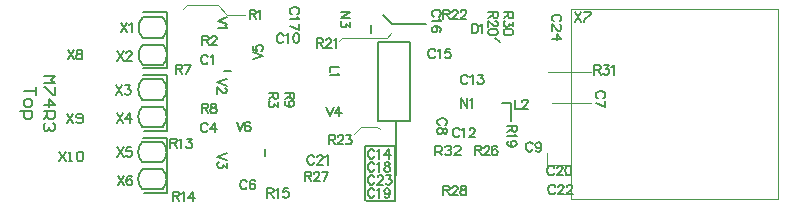
<source format=gto>
G04*
G04 #@! TF.GenerationSoftware,Altium Limited,Altium Designer,20.2.8 (258)*
G04*
G04 Layer_Color=65535*
%FSLAX44Y44*%
%MOMM*%
G71*
G04*
G04 #@! TF.SameCoordinates,D032E148-705B-442B-B370-39794CB6FC5C*
G04*
G04*
G04 #@! TF.FilePolarity,Positive*
G04*
G01*
G75*
%ADD10C,0.1500*%
%ADD11C,0.1000*%
D10*
X132191Y-72981D02*
G03*
X132191Y-55919I-8531J8531D01*
G01*
X115129D02*
G03*
X115129Y-72981I8531J-8531D01*
G01*
X132191Y-49981D02*
G03*
X132191Y-32919I-8531J8531D01*
G01*
X115129D02*
G03*
X115129Y-49981I8531J-8531D01*
G01*
X132261Y-19981D02*
G03*
X132261Y-2919I-8531J8531D01*
G01*
X115199D02*
G03*
X115199Y-19981I8531J-8531D01*
G01*
X132261Y3019D02*
G03*
X132261Y20081I-8531J8531D01*
G01*
X115199D02*
G03*
X115199Y3019I8531J-8531D01*
G01*
X132531Y32469D02*
G03*
X132531Y49531I-8531J8531D01*
G01*
X115469D02*
G03*
X115469Y32469I8531J-8531D01*
G01*
X132531Y55469D02*
G03*
X132531Y72531I-8531J8531D01*
G01*
X115469D02*
G03*
X115469Y55469I8531J-8531D01*
G01*
X115129Y-55919D02*
X132191D01*
X115129Y-72980D02*
X132191Y-72981D01*
X115129Y-32919D02*
X132191D01*
X115129Y-49980D02*
X132191Y-49981D01*
X115199Y-2919D02*
X132261D01*
X115199Y-19980D02*
X132261Y-19981D01*
X115199Y20081D02*
X132261D01*
X115199Y3020D02*
X132261Y3019D01*
X115469Y49531D02*
X132531D01*
X115469Y32470D02*
X132531Y32469D01*
X115469Y72531D02*
X132531D01*
X115469Y55470D02*
X132531Y55469D01*
X342000Y-15000D02*
Y-2000D01*
X328000Y-15000D02*
X342000D01*
X319000Y75000D02*
X326597Y67403D01*
X420000Y0D02*
X427000D01*
Y-15000D02*
Y0D01*
X115660Y-29450D02*
X136000D01*
Y-76450D02*
Y-29450D01*
X116660Y-76450D02*
X136000D01*
X115730Y23550D02*
X136000D01*
Y-23450D02*
Y23550D01*
X116730Y-23450D02*
X136000D01*
X116000Y30000D02*
X136000D01*
Y77000D01*
X116000D02*
X136000D01*
X329000Y-61000D02*
X330000D01*
Y-16000D01*
X303762Y-81762D02*
Y-36000D01*
Y-81762D02*
X305000Y-83000D01*
X310000D01*
X329000D01*
Y-36000D01*
X303762D02*
X329000D01*
X315000Y-15000D02*
Y52000D01*
Y-15000D02*
X328000D01*
X342000Y-2000D02*
Y52000D01*
X315000D02*
X342000D01*
X326597Y67403D02*
X355403D01*
X309000Y59000D02*
Y66000D01*
X414000Y55000D02*
X418000Y52000D01*
X219000Y-45000D02*
Y-39000D01*
X184000Y27000D02*
X190000D01*
X468666Y69332D02*
X469999Y70665D01*
Y73330D01*
X468666Y74663D01*
X463334D01*
X462001Y73330D01*
Y70665D01*
X463334Y69332D01*
X462001Y61334D02*
Y66666D01*
X467333Y61334D01*
X468666D01*
X469999Y62667D01*
Y65333D01*
X468666Y66666D01*
X462001Y54670D02*
X469999D01*
X466000Y58668D01*
Y53337D01*
X24829Y13329D02*
Y6665D01*
Y9997D01*
X14832D01*
Y1666D02*
Y-1666D01*
X16498Y-3332D01*
X19831D01*
X21497Y-1666D01*
Y1666D01*
X19831Y3332D01*
X16498D01*
X14832Y1666D01*
X11500Y-6665D02*
X21497D01*
Y-11663D01*
X19831Y-13329D01*
X16498D01*
X14832Y-11663D01*
Y-6665D01*
X31500Y23326D02*
X41497D01*
X38165Y19994D01*
X41497Y16661D01*
X31500D01*
X41497Y13329D02*
Y6665D01*
X39831D01*
X33166Y13329D01*
X31500D01*
Y-1666D02*
X41497D01*
X36498Y3332D01*
Y-3332D01*
X31500Y-6665D02*
X41497D01*
Y-11663D01*
X39831Y-13329D01*
X36498D01*
X34832Y-11663D01*
Y-6665D01*
Y-9997D02*
X31500Y-13329D01*
X39831Y-16661D02*
X41497Y-18327D01*
Y-21660D01*
X39831Y-23326D01*
X38165D01*
X36498Y-21660D01*
Y-19994D01*
Y-21660D01*
X34832Y-23326D01*
X33166D01*
X31500Y-21660D01*
Y-18327D01*
X33166Y-16661D01*
X45003Y-41001D02*
X50335Y-48999D01*
Y-41001D02*
X45003Y-48999D01*
X53001D02*
X55666D01*
X54334D01*
Y-41001D01*
X53001Y-42334D01*
X59665D02*
X60998Y-41001D01*
X63664D01*
X64997Y-42334D01*
Y-47666D01*
X63664Y-48999D01*
X60998D01*
X59665Y-47666D01*
Y-42334D01*
X51336Y-9001D02*
X56667Y-16999D01*
Y-9001D02*
X51336Y-16999D01*
X59333Y-15666D02*
X60666Y-16999D01*
X63332D01*
X64665Y-15666D01*
Y-10334D01*
X63332Y-9001D01*
X60666D01*
X59333Y-10334D01*
Y-11667D01*
X60666Y-13000D01*
X64665D01*
X363337Y-43999D02*
Y-36001D01*
X367336D01*
X368668Y-37334D01*
Y-40000D01*
X367336Y-41333D01*
X363337D01*
X366003D02*
X368668Y-43999D01*
X371334Y-37334D02*
X372667Y-36001D01*
X375333D01*
X376666Y-37334D01*
Y-38667D01*
X375333Y-40000D01*
X374000D01*
X375333D01*
X376666Y-41333D01*
Y-42666D01*
X375333Y-43999D01*
X372667D01*
X371334Y-42666D01*
X384663Y-43999D02*
X379332D01*
X384663Y-38667D01*
Y-37334D01*
X383330Y-36001D01*
X380664D01*
X379332Y-37334D01*
X464713Y-70906D02*
X464332Y-70144D01*
X463570Y-69383D01*
X462809Y-69002D01*
X461285D01*
X460523Y-69383D01*
X459762Y-70144D01*
X459381Y-70906D01*
X459000Y-72049D01*
Y-73953D01*
X459381Y-75096D01*
X459762Y-75857D01*
X460523Y-76619D01*
X461285Y-77000D01*
X462809D01*
X463570Y-76619D01*
X464332Y-75857D01*
X464713Y-75096D01*
X467341Y-70906D02*
Y-70525D01*
X467722Y-69763D01*
X468103Y-69383D01*
X468865Y-69002D01*
X470388D01*
X471150Y-69383D01*
X471531Y-69763D01*
X471912Y-70525D01*
Y-71287D01*
X471531Y-72049D01*
X470769Y-73191D01*
X466960Y-77000D01*
X472292D01*
X474463Y-70906D02*
Y-70525D01*
X474844Y-69763D01*
X475225Y-69383D01*
X475987Y-69002D01*
X477510D01*
X478272Y-69383D01*
X478653Y-69763D01*
X479034Y-70525D01*
Y-71287D01*
X478653Y-72049D01*
X477891Y-73191D01*
X474082Y-77000D01*
X479415D01*
X481335Y76999D02*
X486667Y69001D01*
Y76999D02*
X481335Y69001D01*
X489333Y76999D02*
X494664D01*
Y75666D01*
X489333Y70334D01*
Y69001D01*
X52000Y44998D02*
X57332Y37000D01*
Y44998D02*
X52000Y37000D01*
X61027Y44998D02*
X59884Y44617D01*
X59503Y43856D01*
Y43094D01*
X59884Y42332D01*
X60646Y41951D01*
X62169Y41571D01*
X63312Y41190D01*
X64074Y40428D01*
X64454Y39666D01*
Y38523D01*
X64074Y37762D01*
X63693Y37381D01*
X62550Y37000D01*
X61027D01*
X59884Y37381D01*
X59503Y37762D01*
X59122Y38523D01*
Y39666D01*
X59503Y40428D01*
X60265Y41190D01*
X61407Y41571D01*
X62931Y41951D01*
X63693Y42332D01*
X64074Y43094D01*
Y43856D01*
X63693Y44617D01*
X62550Y44998D01*
X61027D01*
X94612Y-61452D02*
X99944Y-69450D01*
Y-61452D02*
X94612Y-69450D01*
X106305Y-62594D02*
X105924Y-61833D01*
X104782Y-61452D01*
X104020D01*
X102877Y-61833D01*
X102115Y-62975D01*
X101735Y-64880D01*
Y-66784D01*
X102115Y-68307D01*
X102877Y-69069D01*
X104020Y-69450D01*
X104401D01*
X105543Y-69069D01*
X106305Y-68307D01*
X106686Y-67165D01*
Y-66784D01*
X106305Y-65641D01*
X105543Y-64880D01*
X104401Y-64499D01*
X104020D01*
X102877Y-64880D01*
X102115Y-65641D01*
X101735Y-66784D01*
X94136Y-37452D02*
X99468Y-45450D01*
Y-37452D02*
X94136Y-45450D01*
X105829Y-37452D02*
X102020D01*
X101639Y-40880D01*
X102020Y-40499D01*
X103163Y-40118D01*
X104305D01*
X105448Y-40499D01*
X106210Y-41260D01*
X106591Y-42403D01*
Y-43165D01*
X106210Y-44307D01*
X105448Y-45069D01*
X104305Y-45450D01*
X103163D01*
X102020Y-45069D01*
X101639Y-44688D01*
X101258Y-43927D01*
X93660Y-8452D02*
X98992Y-16450D01*
Y-8452D02*
X93660Y-16450D01*
X104591Y-8452D02*
X100782Y-13784D01*
X106495D01*
X104591Y-8452D02*
Y-16450D01*
X93000Y14998D02*
X98332Y7000D01*
Y14998D02*
X93000Y7000D01*
X100884Y14998D02*
X105074D01*
X102788Y11951D01*
X103931D01*
X104693Y11571D01*
X105074Y11190D01*
X105455Y10047D01*
Y9285D01*
X105074Y8143D01*
X104312Y7381D01*
X103169Y7000D01*
X102027D01*
X100884Y7381D01*
X100503Y7762D01*
X100122Y8523D01*
X94136Y43998D02*
X99468Y36000D01*
Y43998D02*
X94136Y36000D01*
X101639Y42094D02*
Y42475D01*
X102020Y43237D01*
X102401Y43617D01*
X103163Y43998D01*
X104686D01*
X105448Y43617D01*
X105829Y43237D01*
X106210Y42475D01*
Y41713D01*
X105829Y40951D01*
X105067Y39809D01*
X101258Y36000D01*
X106591D01*
X97000Y67998D02*
X102332Y60000D01*
Y67998D02*
X97000Y60000D01*
X104122Y66475D02*
X104884Y66856D01*
X106027Y67998D01*
Y60000D01*
X195000Y-16002D02*
X198047Y-24000D01*
X201094Y-16002D02*
X198047Y-24000D01*
X206693Y-17144D02*
X206312Y-16383D01*
X205169Y-16002D01*
X204408D01*
X203265Y-16383D01*
X202503Y-17525D01*
X202122Y-19430D01*
Y-21334D01*
X202503Y-22857D01*
X203265Y-23619D01*
X204408Y-24000D01*
X204788D01*
X205931Y-23619D01*
X206693Y-22857D01*
X207074Y-21715D01*
Y-21334D01*
X206693Y-20191D01*
X205931Y-19430D01*
X204788Y-19049D01*
X204408D01*
X203265Y-19430D01*
X202503Y-20191D01*
X202122Y-21334D01*
X209002Y37000D02*
X217000Y40047D01*
X209002Y43094D02*
X217000Y40047D01*
X209002Y48693D02*
Y44884D01*
X212430Y44503D01*
X212049Y44884D01*
X211668Y46027D01*
Y47169D01*
X212049Y48312D01*
X212810Y49074D01*
X213953Y49454D01*
X214715D01*
X215857Y49074D01*
X216619Y48312D01*
X217000Y47169D01*
Y46027D01*
X216619Y44884D01*
X216238Y44503D01*
X215476Y44122D01*
X271000Y-3002D02*
X274047Y-11000D01*
X277094Y-3002D02*
X274047Y-11000D01*
X281931Y-3002D02*
X278122Y-8334D01*
X283835D01*
X281931Y-3002D02*
Y-11000D01*
X186658Y-42450D02*
X178660Y-45497D01*
X186658Y-48544D02*
X178660Y-45497D01*
X186658Y-50334D02*
Y-54524D01*
X183611Y-52238D01*
Y-53381D01*
X183230Y-54143D01*
X182850Y-54524D01*
X181707Y-54904D01*
X180945D01*
X179803Y-54524D01*
X179041Y-53762D01*
X178660Y-52619D01*
Y-51477D01*
X179041Y-50334D01*
X179422Y-49953D01*
X180184Y-49572D01*
X186728Y20550D02*
X178730Y17503D01*
X186728Y14456D02*
X178730Y17503D01*
X184824Y13047D02*
X185205D01*
X185967Y12666D01*
X186348Y12285D01*
X186728Y11523D01*
Y10000D01*
X186348Y9238D01*
X185967Y8857D01*
X185205Y8476D01*
X184443D01*
X183681Y8857D01*
X182539Y9619D01*
X178730Y13428D01*
Y8096D01*
X186998Y73000D02*
X179000Y69953D01*
X186998Y66906D02*
X179000Y69953D01*
X185475Y65878D02*
X185856Y65116D01*
X186998Y63973D01*
X179000D01*
X243998Y9000D02*
X236000D01*
X243998D02*
Y5572D01*
X243617Y4430D01*
X243237Y4049D01*
X242475Y3668D01*
X241713D01*
X240951Y4049D01*
X240571Y4430D01*
X240190Y5572D01*
Y9000D01*
Y6334D02*
X236000Y3668D01*
X241332Y-3074D02*
X240190Y-2693D01*
X239428Y-1931D01*
X239047Y-788D01*
Y-408D01*
X239428Y735D01*
X240190Y1497D01*
X241332Y1878D01*
X241713D01*
X242856Y1497D01*
X243617Y735D01*
X243998Y-408D01*
Y-788D01*
X243617Y-1931D01*
X242856Y-2693D01*
X241332Y-3074D01*
X239428D01*
X237523Y-2693D01*
X236381Y-1931D01*
X236000Y-788D01*
Y-27D01*
X236381Y1116D01*
X237143Y1497D01*
X165730Y-452D02*
Y-8450D01*
Y-452D02*
X169158D01*
X170301Y-833D01*
X170681Y-1213D01*
X171062Y-1975D01*
Y-2737D01*
X170681Y-3499D01*
X170301Y-3880D01*
X169158Y-4260D01*
X165730D01*
X168396D02*
X171062Y-8450D01*
X174757Y-452D02*
X173614Y-833D01*
X173233Y-1594D01*
Y-2356D01*
X173614Y-3118D01*
X174376Y-3499D01*
X175899Y-3880D01*
X177042Y-4260D01*
X177804Y-5022D01*
X178185Y-5784D01*
Y-6927D01*
X177804Y-7688D01*
X177423Y-8069D01*
X176280Y-8450D01*
X174757D01*
X173614Y-8069D01*
X173233Y-7688D01*
X172852Y-6927D01*
Y-5784D01*
X173233Y-5022D01*
X173995Y-4260D01*
X175138Y-3880D01*
X176661Y-3499D01*
X177423Y-3118D01*
X177804Y-2356D01*
Y-1594D01*
X177423Y-833D01*
X176280Y-452D01*
X174757D01*
X143730Y32548D02*
Y24550D01*
Y32548D02*
X147158D01*
X148301Y32167D01*
X148681Y31787D01*
X149062Y31025D01*
Y30263D01*
X148681Y29501D01*
X148301Y29121D01*
X147158Y28740D01*
X143730D01*
X146396D02*
X149062Y24550D01*
X156185Y32548D02*
X152376Y24550D01*
X150852Y32548D02*
X156185D01*
X498000Y31998D02*
Y24000D01*
Y31998D02*
X501428D01*
X502570Y31617D01*
X502951Y31237D01*
X503332Y30475D01*
Y29713D01*
X502951Y28951D01*
X502570Y28570D01*
X501428Y28190D01*
X498000D01*
X500666D02*
X503332Y24000D01*
X505884Y31998D02*
X510074D01*
X507788Y28951D01*
X508931D01*
X509693Y28570D01*
X510074Y28190D01*
X510454Y27047D01*
Y26285D01*
X510074Y25143D01*
X509312Y24381D01*
X508169Y24000D01*
X507027D01*
X505884Y24381D01*
X505503Y24762D01*
X505122Y25524D01*
X512245Y30475D02*
X513006Y30856D01*
X514149Y31998D01*
Y24000D01*
X428998Y77000D02*
X421000D01*
X428998D02*
Y73572D01*
X428617Y72429D01*
X428237Y72049D01*
X427475Y71668D01*
X426713D01*
X425951Y72049D01*
X425570Y72429D01*
X425190Y73572D01*
Y77000D01*
Y74334D02*
X421000Y71668D01*
X428998Y69116D02*
Y64926D01*
X425951Y67212D01*
Y66069D01*
X425570Y65307D01*
X425190Y64926D01*
X424047Y64545D01*
X423285D01*
X422143Y64926D01*
X421381Y65688D01*
X421000Y66831D01*
Y67973D01*
X421381Y69116D01*
X421762Y69497D01*
X422523Y69878D01*
X428998Y60470D02*
X428617Y61613D01*
X427475Y62375D01*
X425570Y62755D01*
X424428D01*
X422523Y62375D01*
X421381Y61613D01*
X421000Y60470D01*
Y59708D01*
X421381Y58566D01*
X422523Y57804D01*
X424428Y57423D01*
X425570D01*
X427475Y57804D01*
X428617Y58566D01*
X428998Y59708D01*
Y60470D01*
X229998Y9000D02*
X222000D01*
X229998D02*
Y5572D01*
X229617Y4430D01*
X229237Y4049D01*
X228475Y3668D01*
X227713D01*
X226951Y4049D01*
X226570Y4430D01*
X226190Y5572D01*
Y9000D01*
Y6334D02*
X222000Y3668D01*
X229998Y1116D02*
Y-3074D01*
X226951Y-788D01*
Y-1931D01*
X226570Y-2693D01*
X226190Y-3074D01*
X225047Y-3455D01*
X224285D01*
X223143Y-3074D01*
X222381Y-2312D01*
X222000Y-1169D01*
Y-27D01*
X222381Y1116D01*
X222762Y1497D01*
X223524Y1878D01*
X370000Y-70002D02*
Y-78000D01*
Y-70002D02*
X373428D01*
X374570Y-70383D01*
X374951Y-70763D01*
X375332Y-71525D01*
Y-72287D01*
X374951Y-73049D01*
X374570Y-73429D01*
X373428Y-73810D01*
X370000D01*
X372666D02*
X375332Y-78000D01*
X377503Y-71906D02*
Y-71525D01*
X377884Y-70763D01*
X378265Y-70383D01*
X379027Y-70002D01*
X380550D01*
X381312Y-70383D01*
X381693Y-70763D01*
X382074Y-71525D01*
Y-72287D01*
X381693Y-73049D01*
X380931Y-74191D01*
X377122Y-78000D01*
X382454D01*
X386149Y-70002D02*
X385006Y-70383D01*
X384625Y-71144D01*
Y-71906D01*
X385006Y-72668D01*
X385768Y-73049D01*
X387291Y-73429D01*
X388434Y-73810D01*
X389196Y-74572D01*
X389577Y-75334D01*
Y-76476D01*
X389196Y-77238D01*
X388815Y-77619D01*
X387672Y-78000D01*
X386149D01*
X385006Y-77619D01*
X384625Y-77238D01*
X384245Y-76476D01*
Y-75334D01*
X384625Y-74572D01*
X385387Y-73810D01*
X386530Y-73429D01*
X388053Y-73049D01*
X388815Y-72668D01*
X389196Y-71906D01*
Y-71144D01*
X388815Y-70383D01*
X387672Y-70002D01*
X386149D01*
X253000Y-58002D02*
Y-66000D01*
Y-58002D02*
X256428D01*
X257570Y-58383D01*
X257951Y-58763D01*
X258332Y-59525D01*
Y-60287D01*
X257951Y-61049D01*
X257570Y-61430D01*
X256428Y-61810D01*
X253000D01*
X255666D02*
X258332Y-66000D01*
X260503Y-59906D02*
Y-59525D01*
X260884Y-58763D01*
X261265Y-58383D01*
X262027Y-58002D01*
X263550D01*
X264312Y-58383D01*
X264693Y-58763D01*
X265074Y-59525D01*
Y-60287D01*
X264693Y-61049D01*
X263931Y-62191D01*
X260122Y-66000D01*
X265455D01*
X272577Y-58002D02*
X268768Y-66000D01*
X267245Y-58002D02*
X272577D01*
X397000Y-36002D02*
Y-44000D01*
Y-36002D02*
X400428D01*
X401570Y-36383D01*
X401951Y-36763D01*
X402332Y-37525D01*
Y-38287D01*
X401951Y-39049D01*
X401570Y-39430D01*
X400428Y-39810D01*
X397000D01*
X399666D02*
X402332Y-44000D01*
X404503Y-37906D02*
Y-37525D01*
X404884Y-36763D01*
X405265Y-36383D01*
X406027Y-36002D01*
X407550D01*
X408312Y-36383D01*
X408693Y-36763D01*
X409074Y-37525D01*
Y-38287D01*
X408693Y-39049D01*
X407931Y-40191D01*
X404122Y-44000D01*
X409454D01*
X415815Y-37144D02*
X415434Y-36383D01*
X414291Y-36002D01*
X413530D01*
X412387Y-36383D01*
X411625Y-37525D01*
X411245Y-39430D01*
Y-41334D01*
X411625Y-42857D01*
X412387Y-43619D01*
X413530Y-44000D01*
X413911D01*
X415053Y-43619D01*
X415815Y-42857D01*
X416196Y-41715D01*
Y-41334D01*
X415815Y-40191D01*
X415053Y-39430D01*
X413911Y-39049D01*
X413530D01*
X412387Y-39430D01*
X411625Y-40191D01*
X411245Y-41334D01*
X273000Y-27002D02*
Y-35000D01*
Y-27002D02*
X276428D01*
X277570Y-27383D01*
X277951Y-27763D01*
X278332Y-28525D01*
Y-29287D01*
X277951Y-30049D01*
X277570Y-30430D01*
X276428Y-30810D01*
X273000D01*
X275666D02*
X278332Y-35000D01*
X280503Y-28906D02*
Y-28525D01*
X280884Y-27763D01*
X281265Y-27383D01*
X282027Y-27002D01*
X283550D01*
X284312Y-27383D01*
X284693Y-27763D01*
X285074Y-28525D01*
Y-29287D01*
X284693Y-30049D01*
X283931Y-31191D01*
X280122Y-35000D01*
X285455D01*
X288006Y-27002D02*
X292196D01*
X289911Y-30049D01*
X291053D01*
X291815Y-30430D01*
X292196Y-30810D01*
X292577Y-31953D01*
Y-32715D01*
X292196Y-33857D01*
X291434Y-34619D01*
X290292Y-35000D01*
X289149D01*
X288006Y-34619D01*
X287625Y-34238D01*
X287245Y-33477D01*
X370000Y78998D02*
Y71000D01*
Y78998D02*
X373428D01*
X374570Y78617D01*
X374951Y78237D01*
X375332Y77475D01*
Y76713D01*
X374951Y75951D01*
X374570Y75571D01*
X373428Y75190D01*
X370000D01*
X372666D02*
X375332Y71000D01*
X377503Y77094D02*
Y77475D01*
X377884Y78237D01*
X378265Y78617D01*
X379027Y78998D01*
X380550D01*
X381312Y78617D01*
X381693Y78237D01*
X382074Y77475D01*
Y76713D01*
X381693Y75951D01*
X380931Y74809D01*
X377122Y71000D01*
X382454D01*
X384625Y77094D02*
Y77475D01*
X385006Y78237D01*
X385387Y78617D01*
X386149Y78998D01*
X387672D01*
X388434Y78617D01*
X388815Y78237D01*
X389196Y77475D01*
Y76713D01*
X388815Y75951D01*
X388053Y74809D01*
X384245Y71000D01*
X389577D01*
X263000Y54998D02*
Y47000D01*
Y54998D02*
X266428D01*
X267570Y54617D01*
X267951Y54237D01*
X268332Y53475D01*
Y52713D01*
X267951Y51951D01*
X267570Y51571D01*
X266428Y51190D01*
X263000D01*
X265666D02*
X268332Y47000D01*
X270503Y53094D02*
Y53475D01*
X270884Y54237D01*
X271265Y54617D01*
X272027Y54998D01*
X273550D01*
X274312Y54617D01*
X274693Y54237D01*
X275074Y53475D01*
Y52713D01*
X274693Y51951D01*
X273931Y50809D01*
X270122Y47000D01*
X275455D01*
X277245Y53475D02*
X278006Y53856D01*
X279149Y54998D01*
Y47000D01*
X415998Y77000D02*
X408000D01*
X415998D02*
Y73572D01*
X415617Y72429D01*
X415237Y72049D01*
X414475Y71668D01*
X413713D01*
X412951Y72049D01*
X412570Y72429D01*
X412190Y73572D01*
Y77000D01*
Y74334D02*
X408000Y71668D01*
X414094Y69497D02*
X414475D01*
X415237Y69116D01*
X415617Y68735D01*
X415998Y67973D01*
Y66450D01*
X415617Y65688D01*
X415237Y65307D01*
X414475Y64926D01*
X413713D01*
X412951Y65307D01*
X411809Y66069D01*
X408000Y69878D01*
Y64545D01*
X415998Y60470D02*
X415617Y61613D01*
X414475Y62375D01*
X412570Y62755D01*
X411428D01*
X409524Y62375D01*
X408381Y61613D01*
X408000Y60470D01*
Y59708D01*
X408381Y58566D01*
X409524Y57804D01*
X411428Y57423D01*
X412570D01*
X414475Y57804D01*
X415617Y58566D01*
X415998Y59708D01*
Y60470D01*
X166000Y56998D02*
Y49000D01*
Y56998D02*
X169428D01*
X170571Y56617D01*
X170951Y56237D01*
X171332Y55475D01*
Y54713D01*
X170951Y53951D01*
X170571Y53570D01*
X169428Y53190D01*
X166000D01*
X168666D02*
X171332Y49000D01*
X173503Y55094D02*
Y55475D01*
X173884Y56237D01*
X174265Y56617D01*
X175027Y56998D01*
X176550D01*
X177312Y56617D01*
X177693Y56237D01*
X178074Y55475D01*
Y54713D01*
X177693Y53951D01*
X176931Y52809D01*
X173122Y49000D01*
X178454D01*
X431998Y-19000D02*
X424000D01*
X431998D02*
Y-22428D01*
X431617Y-23570D01*
X431237Y-23951D01*
X430475Y-24332D01*
X429713D01*
X428951Y-23951D01*
X428570Y-23570D01*
X428190Y-22428D01*
Y-19000D01*
Y-21666D02*
X424000Y-24332D01*
X430475Y-26122D02*
X430856Y-26884D01*
X431998Y-28027D01*
X424000D01*
X429332Y-36939D02*
X428190Y-36558D01*
X427428Y-35796D01*
X427047Y-34654D01*
Y-34273D01*
X427428Y-33130D01*
X428190Y-32369D01*
X429332Y-31988D01*
X429713D01*
X430856Y-32369D01*
X431617Y-33130D01*
X431998Y-34273D01*
Y-34654D01*
X431617Y-35796D01*
X430856Y-36558D01*
X429332Y-36939D01*
X427428D01*
X425523Y-36558D01*
X424381Y-35796D01*
X424000Y-34654D01*
Y-33892D01*
X424381Y-32749D01*
X425143Y-32369D01*
X221000Y-72002D02*
Y-80000D01*
Y-72002D02*
X224428D01*
X225570Y-72383D01*
X225951Y-72763D01*
X226332Y-73525D01*
Y-74287D01*
X225951Y-75049D01*
X225570Y-75430D01*
X224428Y-75810D01*
X221000D01*
X223666D02*
X226332Y-80000D01*
X228122Y-73525D02*
X228884Y-73144D01*
X230027Y-72002D01*
Y-80000D01*
X238558Y-72002D02*
X234749D01*
X234369Y-75430D01*
X234749Y-75049D01*
X235892Y-74668D01*
X237035D01*
X238177Y-75049D01*
X238939Y-75810D01*
X239320Y-76953D01*
Y-77715D01*
X238939Y-78857D01*
X238177Y-79619D01*
X237035Y-80000D01*
X235892D01*
X234749Y-79619D01*
X234369Y-79238D01*
X233988Y-78477D01*
X141000Y-75002D02*
Y-83000D01*
Y-75002D02*
X144428D01*
X145570Y-75383D01*
X145951Y-75764D01*
X146332Y-76525D01*
Y-77287D01*
X145951Y-78049D01*
X145570Y-78430D01*
X144428Y-78810D01*
X141000D01*
X143666D02*
X146332Y-83000D01*
X148122Y-76525D02*
X148884Y-76144D01*
X150027Y-75002D01*
Y-83000D01*
X157796Y-75002D02*
X153988Y-80334D01*
X159701D01*
X157796Y-75002D02*
Y-83000D01*
X139000Y-30002D02*
Y-38000D01*
Y-30002D02*
X142428D01*
X143570Y-30383D01*
X143951Y-30763D01*
X144332Y-31525D01*
Y-32287D01*
X143951Y-33049D01*
X143570Y-33430D01*
X142428Y-33810D01*
X139000D01*
X141666D02*
X144332Y-38000D01*
X146122Y-31525D02*
X146884Y-31144D01*
X148027Y-30002D01*
Y-38000D01*
X152750Y-30002D02*
X156939D01*
X154654Y-33049D01*
X155796D01*
X156558Y-33430D01*
X156939Y-33810D01*
X157320Y-34953D01*
Y-35715D01*
X156939Y-36857D01*
X156177Y-37619D01*
X155035Y-38000D01*
X153892D01*
X152750Y-37619D01*
X152369Y-37238D01*
X151988Y-36477D01*
X206000Y78998D02*
Y71000D01*
Y78998D02*
X209428D01*
X210570Y78617D01*
X210951Y78237D01*
X211332Y77475D01*
Y76713D01*
X210951Y75951D01*
X210570Y75571D01*
X209428Y75190D01*
X206000D01*
X208666D02*
X211332Y71000D01*
X213122Y77475D02*
X213884Y77856D01*
X215027Y78998D01*
Y71000D01*
X290998Y77000D02*
X283000D01*
X290998D02*
X283000Y71668D01*
X290998D02*
X283000D01*
X290998Y68697D02*
Y64507D01*
X287951Y66793D01*
Y65650D01*
X287570Y64888D01*
X287190Y64507D01*
X286047Y64127D01*
X285285D01*
X284143Y64507D01*
X283381Y65269D01*
X283000Y66412D01*
Y67554D01*
X283381Y68697D01*
X283762Y69078D01*
X284524Y69459D01*
X385000Y3998D02*
Y-4000D01*
Y3998D02*
X390332Y-4000D01*
Y3998D02*
Y-4000D01*
X392541Y2475D02*
X393303Y2856D01*
X394446Y3998D01*
Y-4000D01*
X431000Y2998D02*
Y-5000D01*
X435570D01*
X436827Y1094D02*
Y1475D01*
X437208Y2237D01*
X437589Y2617D01*
X438351Y2998D01*
X439874D01*
X440636Y2617D01*
X441017Y2237D01*
X441398Y1475D01*
Y713D01*
X441017Y-49D01*
X440255Y-1191D01*
X436446Y-5000D01*
X441779D01*
X281998Y31000D02*
X274000D01*
Y26430D01*
X280475Y25554D02*
X280856Y24792D01*
X281998Y23649D01*
X274000D01*
X394000Y66998D02*
Y59000D01*
Y66998D02*
X396666D01*
X397809Y66617D01*
X398570Y65856D01*
X398951Y65094D01*
X399332Y63951D01*
Y62047D01*
X398951Y60904D01*
X398570Y60143D01*
X397809Y59381D01*
X396666Y59000D01*
X394000D01*
X401122Y65475D02*
X401884Y65856D01*
X403027Y66998D01*
Y59000D01*
X445713Y-34906D02*
X445332Y-34144D01*
X444571Y-33383D01*
X443809Y-33002D01*
X442285D01*
X441524Y-33383D01*
X440762Y-34144D01*
X440381Y-34906D01*
X440000Y-36049D01*
Y-37953D01*
X440381Y-39096D01*
X440762Y-39857D01*
X441524Y-40619D01*
X442285Y-41000D01*
X443809D01*
X444571Y-40619D01*
X445332Y-39857D01*
X445713Y-39096D01*
X452911Y-35668D02*
X452531Y-36810D01*
X451769Y-37572D01*
X450626Y-37953D01*
X450246D01*
X449103Y-37572D01*
X448341Y-36810D01*
X447960Y-35668D01*
Y-35287D01*
X448341Y-34144D01*
X449103Y-33383D01*
X450246Y-33002D01*
X450626D01*
X451769Y-33383D01*
X452531Y-34144D01*
X452911Y-35668D01*
Y-37572D01*
X452531Y-39476D01*
X451769Y-40619D01*
X450626Y-41000D01*
X449865D01*
X448722Y-40619D01*
X448341Y-39857D01*
X371094Y-18713D02*
X371856Y-18332D01*
X372617Y-17570D01*
X372998Y-16809D01*
Y-15285D01*
X372617Y-14524D01*
X371856Y-13762D01*
X371094Y-13381D01*
X369951Y-13000D01*
X368047D01*
X366904Y-13381D01*
X366143Y-13762D01*
X365381Y-14524D01*
X365000Y-15285D01*
Y-16809D01*
X365381Y-17570D01*
X366143Y-18332D01*
X366904Y-18713D01*
X372998Y-22865D02*
X372617Y-21722D01*
X371856Y-21341D01*
X371094D01*
X370332Y-21722D01*
X369951Y-22484D01*
X369571Y-24007D01*
X369190Y-25150D01*
X368428Y-25912D01*
X367666Y-26292D01*
X366524D01*
X365762Y-25912D01*
X365381Y-25531D01*
X365000Y-24388D01*
Y-22865D01*
X365381Y-21722D01*
X365762Y-21341D01*
X366524Y-20960D01*
X367666D01*
X368428Y-21341D01*
X369190Y-22103D01*
X369571Y-23245D01*
X369951Y-24769D01*
X370332Y-25531D01*
X371094Y-25912D01*
X371856D01*
X372617Y-25531D01*
X372998Y-24388D01*
Y-22865D01*
X505094Y4287D02*
X505856Y4668D01*
X506617Y5430D01*
X506998Y6191D01*
Y7715D01*
X506617Y8476D01*
X505856Y9238D01*
X505094Y9619D01*
X503951Y10000D01*
X502047D01*
X500904Y9619D01*
X500143Y9238D01*
X499381Y8476D01*
X499000Y7715D01*
Y6191D01*
X499381Y5430D01*
X500143Y4668D01*
X500904Y4287D01*
X506998Y-3292D02*
X499000Y516D01*
X506998Y2040D02*
Y-3292D01*
X203713Y-66906D02*
X203332Y-66144D01*
X202570Y-65383D01*
X201809Y-65002D01*
X200285D01*
X199524Y-65383D01*
X198762Y-66144D01*
X198381Y-66906D01*
X198000Y-68049D01*
Y-69953D01*
X198381Y-71096D01*
X198762Y-71857D01*
X199524Y-72619D01*
X200285Y-73000D01*
X201809D01*
X202570Y-72619D01*
X203332Y-71857D01*
X203713Y-71096D01*
X210531Y-66144D02*
X210150Y-65383D01*
X209007Y-65002D01*
X208246D01*
X207103Y-65383D01*
X206341Y-66525D01*
X205960Y-68430D01*
Y-70334D01*
X206341Y-71857D01*
X207103Y-72619D01*
X208246Y-73000D01*
X208626D01*
X209769Y-72619D01*
X210531Y-71857D01*
X210912Y-70715D01*
Y-70334D01*
X210531Y-69191D01*
X209769Y-68430D01*
X208626Y-68049D01*
X208246D01*
X207103Y-68430D01*
X206341Y-69191D01*
X205960Y-70334D01*
X170443Y-18356D02*
X170062Y-17594D01*
X169300Y-16832D01*
X168539Y-16452D01*
X167015D01*
X166254Y-16832D01*
X165492Y-17594D01*
X165111Y-18356D01*
X164730Y-19499D01*
Y-21403D01*
X165111Y-22546D01*
X165492Y-23307D01*
X166254Y-24069D01*
X167015Y-24450D01*
X168539D01*
X169300Y-24069D01*
X170062Y-23307D01*
X170443Y-22546D01*
X176499Y-16452D02*
X172690Y-21784D01*
X178403D01*
X176499Y-16452D02*
Y-24450D01*
X311713Y-62906D02*
X311332Y-62144D01*
X310570Y-61383D01*
X309809Y-61002D01*
X308285D01*
X307523Y-61383D01*
X306762Y-62144D01*
X306381Y-62906D01*
X306000Y-64049D01*
Y-65953D01*
X306381Y-67096D01*
X306762Y-67857D01*
X307523Y-68619D01*
X308285Y-69000D01*
X309809D01*
X310570Y-68619D01*
X311332Y-67857D01*
X311713Y-67096D01*
X314341Y-62906D02*
Y-62525D01*
X314722Y-61763D01*
X315103Y-61383D01*
X315865Y-61002D01*
X317388D01*
X318150Y-61383D01*
X318531Y-61763D01*
X318911Y-62525D01*
Y-63287D01*
X318531Y-64049D01*
X317769Y-65191D01*
X313960Y-69000D01*
X319292D01*
X321844Y-61002D02*
X326034D01*
X323749Y-64049D01*
X324891D01*
X325653Y-64429D01*
X326034Y-64810D01*
X326415Y-65953D01*
Y-66715D01*
X326034Y-67857D01*
X325272Y-68619D01*
X324129Y-69000D01*
X322987D01*
X321844Y-68619D01*
X321463Y-68238D01*
X321082Y-67477D01*
X260713Y-45906D02*
X260332Y-45144D01*
X259570Y-44383D01*
X258809Y-44002D01*
X257285D01*
X256523Y-44383D01*
X255762Y-45144D01*
X255381Y-45906D01*
X255000Y-47049D01*
Y-48953D01*
X255381Y-50096D01*
X255762Y-50857D01*
X256523Y-51619D01*
X257285Y-52000D01*
X258809D01*
X259570Y-51619D01*
X260332Y-50857D01*
X260713Y-50096D01*
X263341Y-45906D02*
Y-45525D01*
X263722Y-44763D01*
X264103Y-44383D01*
X264865Y-44002D01*
X266388D01*
X267150Y-44383D01*
X267531Y-44763D01*
X267911Y-45525D01*
Y-46287D01*
X267531Y-47049D01*
X266769Y-48191D01*
X262960Y-52000D01*
X268292D01*
X270082Y-45525D02*
X270844Y-45144D01*
X271987Y-44002D01*
Y-52000D01*
X463713Y-54906D02*
X463332Y-54144D01*
X462570Y-53383D01*
X461809Y-53002D01*
X460285D01*
X459524Y-53383D01*
X458762Y-54144D01*
X458381Y-54906D01*
X458000Y-56049D01*
Y-57953D01*
X458381Y-59096D01*
X458762Y-59857D01*
X459524Y-60619D01*
X460285Y-61000D01*
X461809D01*
X462570Y-60619D01*
X463332Y-59857D01*
X463713Y-59096D01*
X466341Y-54906D02*
Y-54525D01*
X466722Y-53763D01*
X467103Y-53383D01*
X467865Y-53002D01*
X469388D01*
X470150Y-53383D01*
X470531Y-53763D01*
X470911Y-54525D01*
Y-55287D01*
X470531Y-56049D01*
X469769Y-57191D01*
X465960Y-61000D01*
X471292D01*
X475368Y-53002D02*
X474225Y-53383D01*
X473463Y-54525D01*
X473083Y-56430D01*
Y-57572D01*
X473463Y-59476D01*
X474225Y-60619D01*
X475368Y-61000D01*
X476129D01*
X477272Y-60619D01*
X478034Y-59476D01*
X478415Y-57572D01*
Y-56430D01*
X478034Y-54525D01*
X477272Y-53383D01*
X476129Y-53002D01*
X475368D01*
X311713Y-73906D02*
X311332Y-73144D01*
X310570Y-72383D01*
X309809Y-72002D01*
X308285D01*
X307523Y-72383D01*
X306762Y-73144D01*
X306381Y-73906D01*
X306000Y-75049D01*
Y-76953D01*
X306381Y-78096D01*
X306762Y-78857D01*
X307523Y-79619D01*
X308285Y-80000D01*
X309809D01*
X310570Y-79619D01*
X311332Y-78857D01*
X311713Y-78096D01*
X313960Y-73525D02*
X314722Y-73144D01*
X315865Y-72002D01*
Y-80000D01*
X324777Y-74668D02*
X324396Y-75810D01*
X323634Y-76572D01*
X322492Y-76953D01*
X322111D01*
X320968Y-76572D01*
X320206Y-75810D01*
X319826Y-74668D01*
Y-74287D01*
X320206Y-73144D01*
X320968Y-72383D01*
X322111Y-72002D01*
X322492D01*
X323634Y-72383D01*
X324396Y-73144D01*
X324777Y-74668D01*
Y-76572D01*
X324396Y-78477D01*
X323634Y-79619D01*
X322492Y-80000D01*
X321730D01*
X320587Y-79619D01*
X320206Y-78857D01*
X311713Y-51906D02*
X311332Y-51144D01*
X310570Y-50383D01*
X309809Y-50002D01*
X308285D01*
X307523Y-50383D01*
X306762Y-51144D01*
X306381Y-51906D01*
X306000Y-53049D01*
Y-54953D01*
X306381Y-56096D01*
X306762Y-56857D01*
X307523Y-57619D01*
X308285Y-58000D01*
X309809D01*
X310570Y-57619D01*
X311332Y-56857D01*
X311713Y-56096D01*
X313960Y-51525D02*
X314722Y-51144D01*
X315865Y-50002D01*
Y-58000D01*
X321730Y-50002D02*
X320587Y-50383D01*
X320206Y-51144D01*
Y-51906D01*
X320587Y-52668D01*
X321349Y-53049D01*
X322873Y-53430D01*
X324015Y-53810D01*
X324777Y-54572D01*
X325158Y-55334D01*
Y-56476D01*
X324777Y-57238D01*
X324396Y-57619D01*
X323254Y-58000D01*
X321730D01*
X320587Y-57619D01*
X320206Y-57238D01*
X319826Y-56476D01*
Y-55334D01*
X320206Y-54572D01*
X320968Y-53810D01*
X322111Y-53430D01*
X323634Y-53049D01*
X324396Y-52668D01*
X324777Y-51906D01*
Y-51144D01*
X324396Y-50383D01*
X323254Y-50002D01*
X321730D01*
X246094Y75287D02*
X246856Y75668D01*
X247617Y76430D01*
X247998Y77191D01*
Y78715D01*
X247617Y79476D01*
X246856Y80238D01*
X246094Y80619D01*
X244951Y81000D01*
X243047D01*
X241904Y80619D01*
X241143Y80238D01*
X240381Y79476D01*
X240000Y78715D01*
Y77191D01*
X240381Y76430D01*
X241143Y75668D01*
X241904Y75287D01*
X246475Y73040D02*
X246856Y72278D01*
X247998Y71135D01*
X240000D01*
X247998Y61842D02*
X240000Y65651D01*
X247998Y67174D02*
Y61842D01*
X366094Y73287D02*
X366856Y73668D01*
X367617Y74429D01*
X367998Y75191D01*
Y76715D01*
X367617Y77477D01*
X366856Y78238D01*
X366094Y78619D01*
X364951Y79000D01*
X363047D01*
X361904Y78619D01*
X361143Y78238D01*
X360381Y77477D01*
X360000Y76715D01*
Y75191D01*
X360381Y74429D01*
X361143Y73668D01*
X361904Y73287D01*
X366475Y71040D02*
X366856Y70278D01*
X367998Y69135D01*
X360000D01*
X366856Y60604D02*
X367617Y60985D01*
X367998Y62127D01*
Y62889D01*
X367617Y64032D01*
X366475Y64794D01*
X364570Y65174D01*
X362666D01*
X361143Y64794D01*
X360381Y64032D01*
X360000Y62889D01*
Y62508D01*
X360381Y61366D01*
X361143Y60604D01*
X362285Y60223D01*
X362666D01*
X363809Y60604D01*
X364570Y61366D01*
X364951Y62508D01*
Y62889D01*
X364570Y64032D01*
X363809Y64794D01*
X362666Y65174D01*
X363015Y44046D02*
X362634Y44808D01*
X361872Y45569D01*
X361110Y45950D01*
X359587D01*
X358825Y45569D01*
X358063Y44808D01*
X357682Y44046D01*
X357302Y42903D01*
Y40999D01*
X357682Y39856D01*
X358063Y39095D01*
X358825Y38333D01*
X359587Y37952D01*
X361110D01*
X361872Y38333D01*
X362634Y39095D01*
X363015Y39856D01*
X365262Y44427D02*
X366024Y44808D01*
X367166Y45950D01*
Y37952D01*
X375698Y45950D02*
X371889D01*
X371508Y42522D01*
X371889Y42903D01*
X373032Y43284D01*
X374174D01*
X375317Y42903D01*
X376079Y42141D01*
X376460Y40999D01*
Y40237D01*
X376079Y39095D01*
X375317Y38333D01*
X374174Y37952D01*
X373032D01*
X371889Y38333D01*
X371508Y38714D01*
X371127Y39476D01*
X311713Y-40906D02*
X311332Y-40144D01*
X310570Y-39383D01*
X309809Y-39002D01*
X308285D01*
X307523Y-39383D01*
X306762Y-40144D01*
X306381Y-40906D01*
X306000Y-42049D01*
Y-43953D01*
X306381Y-45096D01*
X306762Y-45857D01*
X307523Y-46619D01*
X308285Y-47000D01*
X309809D01*
X310570Y-46619D01*
X311332Y-45857D01*
X311713Y-45096D01*
X313960Y-40525D02*
X314722Y-40144D01*
X315865Y-39002D01*
Y-47000D01*
X323634Y-39002D02*
X319826Y-44334D01*
X325539D01*
X323634Y-39002D02*
Y-47000D01*
X390713Y22094D02*
X390332Y22856D01*
X389570Y23617D01*
X388809Y23998D01*
X387285D01*
X386524Y23617D01*
X385762Y22856D01*
X385381Y22094D01*
X385000Y20951D01*
Y19047D01*
X385381Y17904D01*
X385762Y17143D01*
X386524Y16381D01*
X387285Y16000D01*
X388809D01*
X389570Y16381D01*
X390332Y17143D01*
X390713Y17904D01*
X392960Y22475D02*
X393722Y22856D01*
X394865Y23998D01*
Y16000D01*
X399587Y23998D02*
X403777D01*
X401492Y20951D01*
X402634D01*
X403396Y20570D01*
X403777Y20190D01*
X404158Y19047D01*
Y18285D01*
X403777Y17143D01*
X403015Y16381D01*
X401873Y16000D01*
X400730D01*
X399587Y16381D01*
X399207Y16762D01*
X398826Y17523D01*
X383713Y-22906D02*
X383332Y-22144D01*
X382570Y-21383D01*
X381809Y-21002D01*
X380285D01*
X379524Y-21383D01*
X378762Y-22144D01*
X378381Y-22906D01*
X378000Y-24049D01*
Y-25953D01*
X378381Y-27096D01*
X378762Y-27857D01*
X379524Y-28619D01*
X380285Y-29000D01*
X381809D01*
X382570Y-28619D01*
X383332Y-27857D01*
X383713Y-27096D01*
X385960Y-22525D02*
X386722Y-22144D01*
X387865Y-21002D01*
Y-29000D01*
X392206Y-22906D02*
Y-22525D01*
X392587Y-21763D01*
X392968Y-21383D01*
X393730Y-21002D01*
X395253D01*
X396015Y-21383D01*
X396396Y-21763D01*
X396777Y-22525D01*
Y-23287D01*
X396396Y-24049D01*
X395634Y-25191D01*
X391826Y-29000D01*
X397158D01*
X234713Y57094D02*
X234332Y57856D01*
X233570Y58617D01*
X232809Y58998D01*
X231285D01*
X230523Y58617D01*
X229762Y57856D01*
X229381Y57094D01*
X229000Y55951D01*
Y54047D01*
X229381Y52904D01*
X229762Y52143D01*
X230523Y51381D01*
X231285Y51000D01*
X232809D01*
X233570Y51381D01*
X234332Y52143D01*
X234713Y52904D01*
X236960Y57475D02*
X237722Y57856D01*
X238865Y58998D01*
Y51000D01*
X245111Y58998D02*
X243968Y58617D01*
X243207Y57475D01*
X242826Y55570D01*
Y54428D01*
X243207Y52523D01*
X243968Y51381D01*
X245111Y51000D01*
X245873D01*
X247015Y51381D01*
X247777Y52523D01*
X248158Y54428D01*
Y55570D01*
X247777Y57475D01*
X247015Y58617D01*
X245873Y58998D01*
X245111D01*
X170713Y39094D02*
X170332Y39856D01*
X169571Y40617D01*
X168809Y40998D01*
X167285D01*
X166523Y40617D01*
X165762Y39856D01*
X165381Y39094D01*
X165000Y37951D01*
Y36047D01*
X165381Y34904D01*
X165762Y34143D01*
X166523Y33381D01*
X167285Y33000D01*
X168809D01*
X169571Y33381D01*
X170332Y34143D01*
X170713Y34904D01*
X172960Y39475D02*
X173722Y39856D01*
X174865Y40998D01*
Y33000D01*
D11*
X462000Y0D02*
X495000D01*
X459000Y26000D02*
X495000D01*
X478000Y-81280D02*
X653570D01*
X478000D02*
Y80010D01*
X653570D01*
Y-81280D02*
Y80010D01*
X458000Y-52070D02*
X478000D01*
X458000D02*
Y-41910D01*
X196000Y75000D02*
X202000D01*
X187000D02*
X196000D01*
X179000Y83000D02*
X187000Y75000D01*
X153000Y83000D02*
X179000D01*
X314000Y-20000D02*
X316000Y-22000D01*
X300000Y-20000D02*
X314000D01*
X294000Y-26000D02*
X300000Y-20000D01*
X322000Y55000D02*
X326000Y59000D01*
X284000Y55000D02*
X322000D01*
X282000Y53000D02*
X284000Y55000D01*
X150000Y80000D02*
X153000Y83000D01*
M02*

</source>
